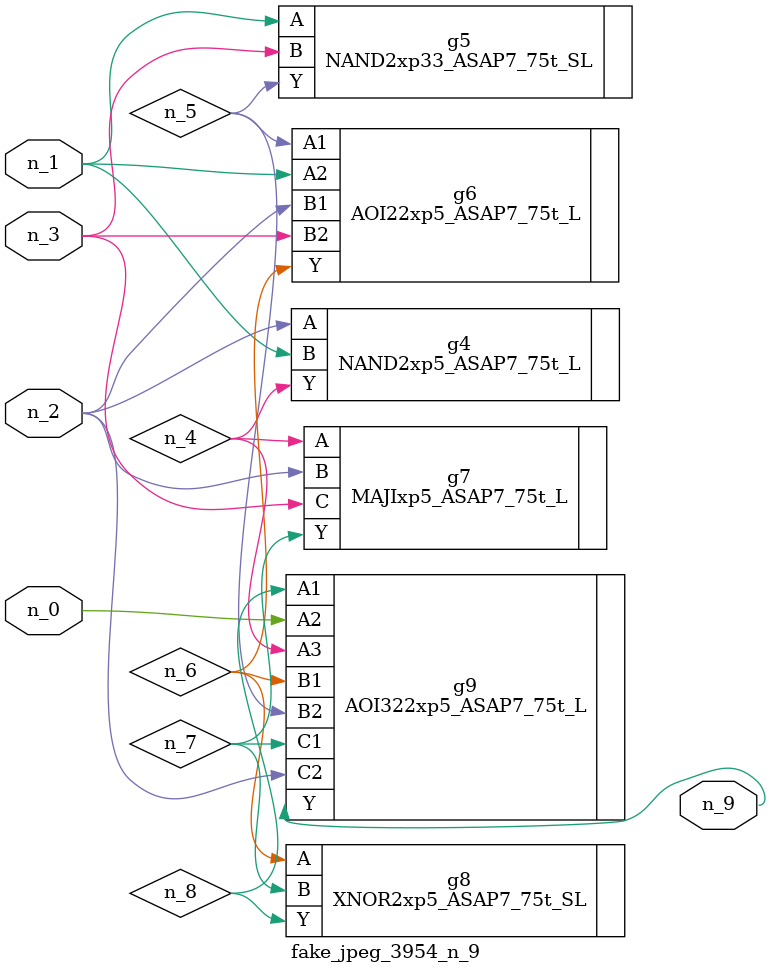
<source format=v>
module fake_jpeg_3954_n_9 (n_0, n_3, n_2, n_1, n_9);

input n_0;
input n_3;
input n_2;
input n_1;

output n_9;

wire n_4;
wire n_8;
wire n_6;
wire n_5;
wire n_7;

NAND2xp5_ASAP7_75t_L g4 ( 
.A(n_2),
.B(n_1),
.Y(n_4)
);

NAND2xp33_ASAP7_75t_SL g5 ( 
.A(n_1),
.B(n_3),
.Y(n_5)
);

AOI22xp5_ASAP7_75t_L g6 ( 
.A1(n_5),
.A2(n_1),
.B1(n_2),
.B2(n_3),
.Y(n_6)
);

XNOR2xp5_ASAP7_75t_SL g8 ( 
.A(n_6),
.B(n_7),
.Y(n_8)
);

MAJIxp5_ASAP7_75t_L g7 ( 
.A(n_4),
.B(n_2),
.C(n_3),
.Y(n_7)
);

AOI322xp5_ASAP7_75t_L g9 ( 
.A1(n_8),
.A2(n_0),
.A3(n_4),
.B1(n_6),
.B2(n_5),
.C1(n_7),
.C2(n_2),
.Y(n_9)
);


endmodule
</source>
